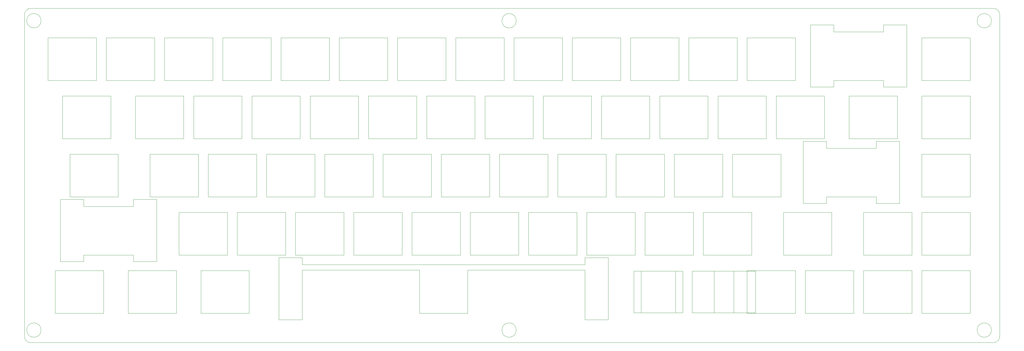
<source format=gbr>
G04 #@! TF.GenerationSoftware,KiCad,Pcbnew,(5.1.5)-3*
G04 #@! TF.CreationDate,2020-04-14T21:23:01-05:00*
G04 #@! TF.ProjectId,Without Led and Usb-c,57697468-6f75-4742-904c-656420616e64,rev?*
G04 #@! TF.SameCoordinates,Original*
G04 #@! TF.FileFunction,Other,User*
%FSLAX46Y46*%
G04 Gerber Fmt 4.6, Leading zero omitted, Abs format (unit mm)*
G04 Created by KiCad (PCBNEW (5.1.5)-3) date 2020-04-14 21:23:01*
%MOMM*%
%LPD*%
G04 APERTURE LIST*
%ADD10C,0.050000*%
%ADD11C,0.100000*%
G04 APERTURE END LIST*
D10*
X9820000Y-147280000D02*
X9819976Y-41880000D01*
X326720000Y-39879976D02*
G75*
G02X328720024Y-41880000I0J-2000024D01*
G01*
X328720000Y-147280000D02*
G75*
G02X326720000Y-149280000I-2000000J0D01*
G01*
X11820000Y-149280000D02*
G75*
G02X9820000Y-147280000I0J2000000D01*
G01*
X9819976Y-41880000D02*
G75*
G02X11820000Y-39879976I2000024J0D01*
G01*
X11820000Y-39879976D02*
X15820000Y-39880000D01*
X326720000Y-149280000D02*
X11820000Y-149280000D01*
X328720024Y-41880000D02*
X328720000Y-147280000D01*
X15820000Y-39880000D02*
X326720000Y-39879976D01*
D11*
X19881250Y-139675000D02*
X19881250Y-125675000D01*
X35681250Y-139675000D02*
X35681250Y-125675000D01*
X35681250Y-139675000D02*
X19881250Y-139675000D01*
X35681250Y-125675000D02*
X19881250Y-125675000D01*
X303250000Y-63475000D02*
X303250000Y-49475000D01*
X319050000Y-63475000D02*
X319050000Y-49475000D01*
X319050000Y-63475000D02*
X303250000Y-63475000D01*
X319050000Y-49475000D02*
X303250000Y-49475000D01*
X43693750Y-139675000D02*
X43693750Y-125675000D01*
X59493750Y-139675000D02*
X59493750Y-125675000D01*
X59493750Y-139675000D02*
X43693750Y-139675000D01*
X59493750Y-125675000D02*
X43693750Y-125675000D01*
D10*
X15242980Y-145186740D02*
G75*
G03X15242980Y-145186740I-2350000J0D01*
G01*
X170642720Y-43944880D02*
G75*
G03X170642720Y-43944880I-2350000J0D01*
G01*
X170637640Y-145186740D02*
G75*
G03X170637640Y-145186740I-2350000J0D01*
G01*
X326039920Y-145194360D02*
G75*
G03X326039920Y-145194360I-2350000J0D01*
G01*
X326037380Y-43937260D02*
G75*
G03X326037380Y-43937260I-2350000J0D01*
G01*
X15242980Y-43929640D02*
G75*
G03X15242980Y-43929640I-2350000J0D01*
G01*
D11*
X241750000Y-139475000D02*
X228150000Y-139475000D01*
X228150000Y-125875000D02*
X228150000Y-139475000D01*
X241750000Y-125875000D02*
X228150000Y-125875000D01*
X241750000Y-125875000D02*
X241750000Y-139475000D01*
X222700000Y-139475000D02*
X209100000Y-139475000D01*
X209100000Y-125875000D02*
X209100000Y-139475000D01*
X222700000Y-125875000D02*
X209100000Y-125875000D01*
X222700000Y-125875000D02*
X222700000Y-139475000D01*
X246100000Y-139675000D02*
X246100000Y-125675000D01*
X261900000Y-139675000D02*
X261900000Y-125675000D01*
X261900000Y-139675000D02*
X246100000Y-139675000D01*
X261900000Y-125675000D02*
X246100000Y-125675000D01*
X79412500Y-120625000D02*
X79412500Y-106625000D01*
X95212500Y-120625000D02*
X95212500Y-106625000D01*
X95212500Y-120625000D02*
X79412500Y-120625000D01*
X95212500Y-106625000D02*
X79412500Y-106625000D01*
X65125000Y-82525000D02*
X65125000Y-68525000D01*
X80925000Y-82525000D02*
X80925000Y-68525000D01*
X80925000Y-82525000D02*
X65125000Y-82525000D01*
X80925000Y-68525000D02*
X65125000Y-68525000D01*
X248893750Y-125875000D02*
X248893750Y-139475000D01*
X248893750Y-139475000D02*
X235293750Y-139475000D01*
X235293750Y-139475000D02*
X235293750Y-125875000D01*
X248893750Y-125875000D02*
X235293750Y-125875000D01*
X225081250Y-125875000D02*
X225081250Y-139475000D01*
X225081250Y-139475000D02*
X211481250Y-139475000D01*
X211481250Y-139475000D02*
X211481250Y-125875000D01*
X225081250Y-125875000D02*
X211481250Y-125875000D01*
X29178250Y-120625000D02*
X29178250Y-122769000D01*
X45434250Y-120625000D02*
X45434250Y-122769000D01*
X29178250Y-104735000D02*
X45434250Y-104735000D01*
X21558250Y-102449000D02*
X29178250Y-102449000D01*
X21558250Y-122769000D02*
X29178250Y-122769000D01*
X21558250Y-122769000D02*
X21558250Y-102449000D01*
X29178250Y-104735000D02*
X29178250Y-102449000D01*
X45434250Y-120625000D02*
X29178250Y-120625000D01*
X45434250Y-104735000D02*
X45434250Y-102449000D01*
X45434250Y-102449000D02*
X53054250Y-102449000D01*
X53054250Y-122769000D02*
X53054250Y-102449000D01*
X45434250Y-122769000D02*
X53054250Y-122769000D01*
X24643750Y-101575000D02*
X24643750Y-87575000D01*
X40443750Y-101575000D02*
X40443750Y-87575000D01*
X40443750Y-101575000D02*
X24643750Y-101575000D01*
X40443750Y-87575000D02*
X24643750Y-87575000D01*
X22262500Y-82525000D02*
X22262500Y-68525000D01*
X38062500Y-82525000D02*
X38062500Y-68525000D01*
X38062500Y-82525000D02*
X22262500Y-82525000D01*
X38062500Y-68525000D02*
X22262500Y-68525000D01*
X17500000Y-63475000D02*
X17500000Y-49475000D01*
X33300000Y-63475000D02*
X33300000Y-49475000D01*
X33300000Y-63475000D02*
X17500000Y-63475000D01*
X33300000Y-49475000D02*
X17500000Y-49475000D01*
X165137500Y-101575000D02*
X165137500Y-87575000D01*
X180937500Y-101575000D02*
X180937500Y-87575000D01*
X180937500Y-101575000D02*
X165137500Y-101575000D01*
X180937500Y-87575000D02*
X165137500Y-87575000D01*
X141325000Y-82525000D02*
X141325000Y-68525000D01*
X157125000Y-82525000D02*
X157125000Y-68525000D01*
X157125000Y-82525000D02*
X141325000Y-82525000D01*
X157125000Y-68525000D02*
X141325000Y-68525000D01*
X146087500Y-101575000D02*
X146087500Y-87575000D01*
X161887500Y-101575000D02*
X161887500Y-87575000D01*
X161887500Y-101575000D02*
X146087500Y-101575000D01*
X161887500Y-87575000D02*
X146087500Y-87575000D01*
X222287500Y-101575000D02*
X222287500Y-87575000D01*
X238087500Y-101575000D02*
X238087500Y-87575000D01*
X238087500Y-101575000D02*
X222287500Y-101575000D01*
X238087500Y-87575000D02*
X222287500Y-87575000D01*
X303250000Y-82525000D02*
X303250000Y-68525000D01*
X319050000Y-82525000D02*
X319050000Y-68525000D01*
X319050000Y-82525000D02*
X303250000Y-82525000D01*
X319050000Y-68525000D02*
X303250000Y-68525000D01*
X303250000Y-139675000D02*
X303250000Y-125675000D01*
X319050000Y-139675000D02*
X319050000Y-125675000D01*
X319050000Y-139675000D02*
X303250000Y-139675000D01*
X319050000Y-125675000D02*
X303250000Y-125675000D01*
X303250000Y-120625000D02*
X303250000Y-106625000D01*
X319050000Y-120625000D02*
X319050000Y-106625000D01*
X319050000Y-120625000D02*
X303250000Y-120625000D01*
X319050000Y-106625000D02*
X303250000Y-106625000D01*
X303250000Y-101575000D02*
X303250000Y-87575000D01*
X319050000Y-101575000D02*
X319050000Y-87575000D01*
X319050000Y-101575000D02*
X303250000Y-101575000D01*
X319050000Y-87575000D02*
X303250000Y-87575000D01*
X279437500Y-82525000D02*
X279437500Y-68525000D01*
X295237500Y-82525000D02*
X295237500Y-68525000D01*
X295237500Y-82525000D02*
X279437500Y-82525000D01*
X295237500Y-68525000D02*
X279437500Y-68525000D01*
X274447000Y-63475000D02*
X274447000Y-65619000D01*
X290703000Y-63475000D02*
X290703000Y-65619000D01*
X274447000Y-47585000D02*
X290703000Y-47585000D01*
X266827000Y-45299000D02*
X274447000Y-45299000D01*
X266827000Y-65619000D02*
X274447000Y-65619000D01*
X266827000Y-65619000D02*
X266827000Y-45299000D01*
X274447000Y-47585000D02*
X274447000Y-45299000D01*
X290703000Y-63475000D02*
X274447000Y-63475000D01*
X290703000Y-47585000D02*
X290703000Y-45299000D01*
X290703000Y-45299000D02*
X298323000Y-45299000D01*
X298323000Y-65619000D02*
X298323000Y-45299000D01*
X290703000Y-65619000D02*
X298323000Y-65619000D01*
X284200000Y-139675000D02*
X284200000Y-125675000D01*
X300000000Y-139675000D02*
X300000000Y-125675000D01*
X300000000Y-139675000D02*
X284200000Y-139675000D01*
X300000000Y-125675000D02*
X284200000Y-125675000D01*
X284200000Y-120625000D02*
X284200000Y-106625000D01*
X300000000Y-120625000D02*
X300000000Y-106625000D01*
X300000000Y-120625000D02*
X284200000Y-120625000D01*
X300000000Y-106625000D02*
X284200000Y-106625000D01*
X272065750Y-101575000D02*
X272065750Y-103719000D01*
X288321750Y-101575000D02*
X288321750Y-103719000D01*
X272065750Y-85685000D02*
X288321750Y-85685000D01*
X264445750Y-83399000D02*
X272065750Y-83399000D01*
X264445750Y-103719000D02*
X272065750Y-103719000D01*
X264445750Y-103719000D02*
X264445750Y-83399000D01*
X272065750Y-85685000D02*
X272065750Y-83399000D01*
X288321750Y-101575000D02*
X272065750Y-101575000D01*
X288321750Y-85685000D02*
X288321750Y-83399000D01*
X288321750Y-83399000D02*
X295941750Y-83399000D01*
X295941750Y-103719000D02*
X295941750Y-83399000D01*
X288321750Y-103719000D02*
X295941750Y-103719000D01*
X255625000Y-82525000D02*
X255625000Y-68525000D01*
X271425000Y-82525000D02*
X271425000Y-68525000D01*
X271425000Y-82525000D02*
X255625000Y-82525000D01*
X271425000Y-68525000D02*
X255625000Y-68525000D01*
X246100000Y-63475000D02*
X246100000Y-49475000D01*
X261900000Y-63475000D02*
X261900000Y-49475000D01*
X261900000Y-63475000D02*
X246100000Y-63475000D01*
X261900000Y-49475000D02*
X246100000Y-49475000D01*
X265150000Y-139675000D02*
X265150000Y-125675000D01*
X280950000Y-139675000D02*
X280950000Y-125675000D01*
X280950000Y-139675000D02*
X265150000Y-139675000D01*
X280950000Y-125675000D02*
X265150000Y-125675000D01*
X258006250Y-120625000D02*
X258006250Y-106625000D01*
X273806250Y-120625000D02*
X273806250Y-106625000D01*
X273806250Y-120625000D02*
X258006250Y-120625000D01*
X273806250Y-106625000D02*
X258006250Y-106625000D01*
X241337500Y-101575000D02*
X241337500Y-87575000D01*
X257137500Y-101575000D02*
X257137500Y-87575000D01*
X257137500Y-101575000D02*
X241337500Y-101575000D01*
X257137500Y-87575000D02*
X241337500Y-87575000D01*
X236575000Y-82525000D02*
X236575000Y-68525000D01*
X252375000Y-82525000D02*
X252375000Y-68525000D01*
X252375000Y-82525000D02*
X236575000Y-82525000D01*
X252375000Y-68525000D02*
X236575000Y-68525000D01*
X227050000Y-63475000D02*
X227050000Y-49475000D01*
X242850000Y-63475000D02*
X242850000Y-49475000D01*
X242850000Y-63475000D02*
X227050000Y-63475000D01*
X242850000Y-49475000D02*
X227050000Y-49475000D01*
X231812500Y-120625000D02*
X231812500Y-106625000D01*
X247612500Y-120625000D02*
X247612500Y-106625000D01*
X247612500Y-120625000D02*
X231812500Y-120625000D01*
X247612500Y-106625000D02*
X231812500Y-106625000D01*
X217525000Y-82525000D02*
X217525000Y-68525000D01*
X233325000Y-82525000D02*
X233325000Y-68525000D01*
X233325000Y-82525000D02*
X217525000Y-82525000D01*
X233325000Y-68525000D02*
X217525000Y-68525000D01*
X208000000Y-63475000D02*
X208000000Y-49475000D01*
X223800000Y-63475000D02*
X223800000Y-49475000D01*
X223800000Y-63475000D02*
X208000000Y-63475000D01*
X223800000Y-49475000D02*
X208000000Y-49475000D01*
X212762500Y-120625000D02*
X212762500Y-106625000D01*
X228562500Y-120625000D02*
X228562500Y-106625000D01*
X228562500Y-120625000D02*
X212762500Y-120625000D01*
X228562500Y-106625000D02*
X212762500Y-106625000D01*
X203237500Y-101575000D02*
X203237500Y-87575000D01*
X219037500Y-101575000D02*
X219037500Y-87575000D01*
X219037500Y-101575000D02*
X203237500Y-101575000D01*
X219037500Y-87575000D02*
X203237500Y-87575000D01*
X198475000Y-82525000D02*
X198475000Y-68525000D01*
X214275000Y-82525000D02*
X214275000Y-68525000D01*
X214275000Y-82525000D02*
X198475000Y-82525000D01*
X214275000Y-68525000D02*
X198475000Y-68525000D01*
X188950000Y-63475000D02*
X188950000Y-49475000D01*
X204750000Y-63475000D02*
X204750000Y-49475000D01*
X204750000Y-63475000D02*
X188950000Y-63475000D01*
X204750000Y-49475000D02*
X188950000Y-49475000D01*
X193712500Y-120625000D02*
X193712500Y-106625000D01*
X209512500Y-120625000D02*
X209512500Y-106625000D01*
X209512500Y-120625000D02*
X193712500Y-120625000D01*
X209512500Y-106625000D02*
X193712500Y-106625000D01*
X184187500Y-101575000D02*
X184187500Y-87575000D01*
X199987500Y-101575000D02*
X199987500Y-87575000D01*
X199987500Y-101575000D02*
X184187500Y-101575000D01*
X199987500Y-87575000D02*
X184187500Y-87575000D01*
X179425000Y-82525000D02*
X179425000Y-68525000D01*
X195225000Y-82525000D02*
X195225000Y-68525000D01*
X195225000Y-82525000D02*
X179425000Y-82525000D01*
X195225000Y-68525000D02*
X179425000Y-68525000D01*
X169900000Y-63475000D02*
X169900000Y-49475000D01*
X185700000Y-63475000D02*
X185700000Y-49475000D01*
X185700000Y-63475000D02*
X169900000Y-63475000D01*
X185700000Y-49475000D02*
X169900000Y-49475000D01*
X174662500Y-120625000D02*
X174662500Y-106625000D01*
X190462500Y-120625000D02*
X190462500Y-106625000D01*
X190462500Y-120625000D02*
X174662500Y-120625000D01*
X190462500Y-106625000D02*
X174662500Y-106625000D01*
X160375000Y-82525000D02*
X160375000Y-68525000D01*
X176175000Y-82525000D02*
X176175000Y-68525000D01*
X176175000Y-82525000D02*
X160375000Y-82525000D01*
X176175000Y-68525000D02*
X160375000Y-68525000D01*
X150850000Y-63475000D02*
X150850000Y-49475000D01*
X166650000Y-63475000D02*
X166650000Y-49475000D01*
X166650000Y-63475000D02*
X150850000Y-63475000D01*
X166650000Y-49475000D02*
X150850000Y-49475000D01*
X155612500Y-120625000D02*
X155612500Y-106625000D01*
X171412500Y-120625000D02*
X171412500Y-106625000D01*
X171412500Y-120625000D02*
X155612500Y-120625000D01*
X171412500Y-106625000D02*
X155612500Y-106625000D01*
X131800000Y-63475000D02*
X131800000Y-49475000D01*
X147600000Y-63475000D02*
X147600000Y-49475000D01*
X147600000Y-63475000D02*
X131800000Y-63475000D01*
X147600000Y-49475000D02*
X131800000Y-49475000D01*
X193071750Y-125563000D02*
X193071750Y-141819000D01*
X193071750Y-123785000D02*
X193071750Y-121499000D01*
X200691750Y-141819000D02*
X200691750Y-121499000D01*
X200691750Y-121499000D02*
X193071750Y-121499000D01*
X200691750Y-141819000D02*
X193071750Y-141819000D01*
X193071750Y-125563000D02*
X154743750Y-125563000D01*
X154743750Y-139675000D02*
X154743750Y-125563000D01*
X138943750Y-139675000D02*
X138943750Y-125563000D01*
X138943750Y-139675000D02*
X154743750Y-139675000D01*
X100615750Y-125563000D02*
X100615750Y-141819000D01*
X100615750Y-123785000D02*
X193071750Y-123785000D01*
X100615750Y-125563000D02*
X138943750Y-125563000D01*
X92995750Y-141819000D02*
X100615750Y-141819000D01*
X92995750Y-141819000D02*
X92995750Y-121499000D01*
X100615750Y-123785000D02*
X100615750Y-121499000D01*
X92995750Y-121499000D02*
X100615750Y-121499000D01*
X136562500Y-120625000D02*
X136562500Y-106625000D01*
X152362500Y-120625000D02*
X152362500Y-106625000D01*
X152362500Y-120625000D02*
X136562500Y-120625000D01*
X152362500Y-106625000D02*
X136562500Y-106625000D01*
X127037500Y-101575000D02*
X127037500Y-87575000D01*
X142837500Y-101575000D02*
X142837500Y-87575000D01*
X142837500Y-101575000D02*
X127037500Y-101575000D01*
X142837500Y-87575000D02*
X127037500Y-87575000D01*
X122275000Y-82525000D02*
X122275000Y-68525000D01*
X138075000Y-82525000D02*
X138075000Y-68525000D01*
X138075000Y-82525000D02*
X122275000Y-82525000D01*
X138075000Y-68525000D02*
X122275000Y-68525000D01*
X112750000Y-63475000D02*
X112750000Y-49475000D01*
X128550000Y-63475000D02*
X128550000Y-49475000D01*
X128550000Y-63475000D02*
X112750000Y-63475000D01*
X128550000Y-49475000D02*
X112750000Y-49475000D01*
X117512500Y-120625000D02*
X117512500Y-106625000D01*
X133312500Y-120625000D02*
X133312500Y-106625000D01*
X133312500Y-120625000D02*
X117512500Y-120625000D01*
X133312500Y-106625000D02*
X117512500Y-106625000D01*
X107987500Y-101575000D02*
X107987500Y-87575000D01*
X123787500Y-101575000D02*
X123787500Y-87575000D01*
X123787500Y-101575000D02*
X107987500Y-101575000D01*
X123787500Y-87575000D02*
X107987500Y-87575000D01*
X103225000Y-82525000D02*
X103225000Y-68525000D01*
X119025000Y-82525000D02*
X119025000Y-68525000D01*
X119025000Y-82525000D02*
X103225000Y-82525000D01*
X119025000Y-68525000D02*
X103225000Y-68525000D01*
X93700000Y-63475000D02*
X93700000Y-49475000D01*
X109500000Y-63475000D02*
X109500000Y-49475000D01*
X109500000Y-63475000D02*
X93700000Y-63475000D01*
X109500000Y-49475000D02*
X93700000Y-49475000D01*
X98462500Y-120625000D02*
X98462500Y-106625000D01*
X114262500Y-120625000D02*
X114262500Y-106625000D01*
X114262500Y-120625000D02*
X98462500Y-120625000D01*
X114262500Y-106625000D02*
X98462500Y-106625000D01*
X88937500Y-101575000D02*
X88937500Y-87575000D01*
X104737500Y-101575000D02*
X104737500Y-87575000D01*
X104737500Y-101575000D02*
X88937500Y-101575000D01*
X104737500Y-87575000D02*
X88937500Y-87575000D01*
X84175000Y-82525000D02*
X84175000Y-68525000D01*
X99975000Y-82525000D02*
X99975000Y-68525000D01*
X99975000Y-82525000D02*
X84175000Y-82525000D01*
X99975000Y-68525000D02*
X84175000Y-68525000D01*
X74650000Y-63475000D02*
X74650000Y-49475000D01*
X90450000Y-63475000D02*
X90450000Y-49475000D01*
X90450000Y-63475000D02*
X74650000Y-63475000D01*
X90450000Y-49475000D02*
X74650000Y-49475000D01*
X67506250Y-139675000D02*
X67506250Y-125675000D01*
X83306250Y-139675000D02*
X83306250Y-125675000D01*
X83306250Y-139675000D02*
X67506250Y-139675000D01*
X83306250Y-125675000D02*
X67506250Y-125675000D01*
X69887500Y-101575000D02*
X69887500Y-87575000D01*
X85687500Y-101575000D02*
X85687500Y-87575000D01*
X85687500Y-101575000D02*
X69887500Y-101575000D01*
X85687500Y-87575000D02*
X69887500Y-87575000D01*
X55600000Y-63475000D02*
X55600000Y-49475000D01*
X71400000Y-63475000D02*
X71400000Y-49475000D01*
X71400000Y-63475000D02*
X55600000Y-63475000D01*
X71400000Y-49475000D02*
X55600000Y-49475000D01*
X60362500Y-120625000D02*
X60362500Y-106625000D01*
X76162500Y-120625000D02*
X76162500Y-106625000D01*
X76162500Y-120625000D02*
X60362500Y-120625000D01*
X76162500Y-106625000D02*
X60362500Y-106625000D01*
X50837500Y-101575000D02*
X50837500Y-87575000D01*
X66637500Y-101575000D02*
X66637500Y-87575000D01*
X66637500Y-101575000D02*
X50837500Y-101575000D01*
X66637500Y-87575000D02*
X50837500Y-87575000D01*
X46075000Y-82525000D02*
X46075000Y-68525000D01*
X61875000Y-82525000D02*
X61875000Y-68525000D01*
X61875000Y-82525000D02*
X46075000Y-82525000D01*
X61875000Y-68525000D02*
X46075000Y-68525000D01*
X36550000Y-63475000D02*
X36550000Y-49475000D01*
X52350000Y-63475000D02*
X52350000Y-49475000D01*
X52350000Y-63475000D02*
X36550000Y-63475000D01*
X52350000Y-49475000D02*
X36550000Y-49475000D01*
M02*

</source>
